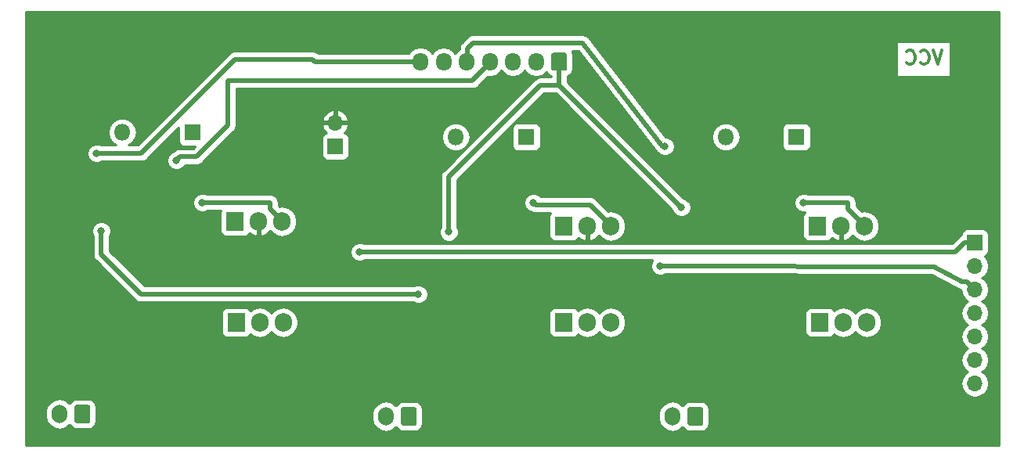
<source format=gbr>
G04 #@! TF.GenerationSoftware,KiCad,Pcbnew,(5.0.1)-4*
G04 #@! TF.CreationDate,2019-06-14T11:28:15-07:00*
G04 #@! TF.ProjectId,ESC_rev1,4553435F726576312E6B696361645F70,rev?*
G04 #@! TF.SameCoordinates,Original*
G04 #@! TF.FileFunction,Copper,L2,Bot,Signal*
G04 #@! TF.FilePolarity,Positive*
%FSLAX46Y46*%
G04 Gerber Fmt 4.6, Leading zero omitted, Abs format (unit mm)*
G04 Created by KiCad (PCBNEW (5.0.1)-4) date 6/14/2019 11:28:15 AM*
%MOMM*%
%LPD*%
G01*
G04 APERTURE LIST*
G04 #@! TA.AperFunction,NonConductor*
%ADD10C,0.300000*%
G04 #@! TD*
G04 #@! TA.AperFunction,ComponentPad*
%ADD11R,1.800000X1.800000*%
G04 #@! TD*
G04 #@! TA.AperFunction,ComponentPad*
%ADD12O,1.800000X1.800000*%
G04 #@! TD*
G04 #@! TA.AperFunction,ComponentPad*
%ADD13R,1.700000X1.700000*%
G04 #@! TD*
G04 #@! TA.AperFunction,ComponentPad*
%ADD14O,1.700000X1.700000*%
G04 #@! TD*
G04 #@! TA.AperFunction,ComponentPad*
%ADD15R,1.905000X2.000000*%
G04 #@! TD*
G04 #@! TA.AperFunction,ComponentPad*
%ADD16O,1.905000X2.000000*%
G04 #@! TD*
G04 #@! TA.AperFunction,Conductor*
%ADD17C,0.100000*%
G04 #@! TD*
G04 #@! TA.AperFunction,ComponentPad*
%ADD18C,1.700000*%
G04 #@! TD*
G04 #@! TA.AperFunction,ComponentPad*
%ADD19O,1.700000X2.000000*%
G04 #@! TD*
G04 #@! TA.AperFunction,ComponentPad*
%ADD20O,1.700000X1.950000*%
G04 #@! TD*
G04 #@! TA.AperFunction,ViaPad*
%ADD21C,0.800000*%
G04 #@! TD*
G04 #@! TA.AperFunction,Conductor*
%ADD22C,0.508000*%
G04 #@! TD*
G04 #@! TA.AperFunction,Conductor*
%ADD23C,0.254000*%
G04 #@! TD*
G04 APERTURE END LIST*
D10*
X193820800Y-54398171D02*
X193320800Y-55898171D01*
X192820800Y-54398171D01*
X191463657Y-55755314D02*
X191535085Y-55826742D01*
X191749371Y-55898171D01*
X191892228Y-55898171D01*
X192106514Y-55826742D01*
X192249371Y-55683885D01*
X192320800Y-55541028D01*
X192392228Y-55255314D01*
X192392228Y-55041028D01*
X192320800Y-54755314D01*
X192249371Y-54612457D01*
X192106514Y-54469600D01*
X191892228Y-54398171D01*
X191749371Y-54398171D01*
X191535085Y-54469600D01*
X191463657Y-54541028D01*
X189963657Y-55755314D02*
X190035085Y-55826742D01*
X190249371Y-55898171D01*
X190392228Y-55898171D01*
X190606514Y-55826742D01*
X190749371Y-55683885D01*
X190820800Y-55541028D01*
X190892228Y-55255314D01*
X190892228Y-55041028D01*
X190820800Y-54755314D01*
X190749371Y-54612457D01*
X190606514Y-54469600D01*
X190392228Y-54398171D01*
X190249371Y-54398171D01*
X190035085Y-54469600D01*
X189963657Y-54541028D01*
D11*
G04 #@! TO.P,D1,1*
G04 #@! TO.N,Net-(C2-Pad2)*
X112776000Y-63246000D03*
D12*
G04 #@! TO.P,D1,2*
G04 #@! TO.N,Net-(D1-Pad2)*
X105156000Y-63246000D03*
G04 #@! TD*
D11*
G04 #@! TO.P,D2,1*
G04 #@! TO.N,Net-(C6-Pad2)*
X148844000Y-63754000D03*
D12*
G04 #@! TO.P,D2,2*
G04 #@! TO.N,Net-(D2-Pad2)*
X141224000Y-63754000D03*
G04 #@! TD*
G04 #@! TO.P,D3,2*
G04 #@! TO.N,Net-(D3-Pad2)*
X170434000Y-63754000D03*
D11*
G04 #@! TO.P,D3,1*
G04 #@! TO.N,Net-(C10-Pad2)*
X178054000Y-63754000D03*
G04 #@! TD*
D13*
G04 #@! TO.P,J1,1*
G04 #@! TO.N,GND*
X128200759Y-64769789D03*
D14*
G04 #@! TO.P,J1,2*
G04 #@! TO.N,Vcc*
X128200759Y-62229789D03*
G04 #@! TD*
D15*
G04 #@! TO.P,Q1,1*
G04 #@! TO.N,Net-(Q1-Pad1)*
X117348000Y-72898000D03*
D16*
G04 #@! TO.P,Q1,2*
G04 #@! TO.N,Vcc*
X119888000Y-72898000D03*
G04 #@! TO.P,Q1,3*
G04 #@! TO.N,Net-(C2-Pad1)*
X122428000Y-72898000D03*
G04 #@! TD*
D15*
G04 #@! TO.P,Q2,1*
G04 #@! TO.N,Net-(Q2-Pad1)*
X117475000Y-83820000D03*
D16*
G04 #@! TO.P,Q2,2*
G04 #@! TO.N,Net-(C2-Pad1)*
X120015000Y-83820000D03*
G04 #@! TO.P,Q2,3*
G04 #@! TO.N,GND*
X122555000Y-83820000D03*
G04 #@! TD*
G04 #@! TO.P,Q3,3*
G04 #@! TO.N,Net-(C6-Pad1)*
X157988000Y-73406000D03*
G04 #@! TO.P,Q3,2*
G04 #@! TO.N,Vcc*
X155448000Y-73406000D03*
D15*
G04 #@! TO.P,Q3,1*
G04 #@! TO.N,Net-(Q3-Pad1)*
X152908000Y-73406000D03*
G04 #@! TD*
G04 #@! TO.P,Q4,1*
G04 #@! TO.N,Net-(Q4-Pad1)*
X152908000Y-83820000D03*
D16*
G04 #@! TO.P,Q4,2*
G04 #@! TO.N,Net-(C6-Pad1)*
X155448000Y-83820000D03*
G04 #@! TO.P,Q4,3*
G04 #@! TO.N,GND*
X157988000Y-83820000D03*
G04 #@! TD*
G04 #@! TO.P,Q5,3*
G04 #@! TO.N,Net-(C10-Pad1)*
X185420000Y-73406000D03*
G04 #@! TO.P,Q5,2*
G04 #@! TO.N,Vcc*
X182880000Y-73406000D03*
D15*
G04 #@! TO.P,Q5,1*
G04 #@! TO.N,Net-(Q5-Pad1)*
X180340000Y-73406000D03*
G04 #@! TD*
D16*
G04 #@! TO.P,Q6,3*
G04 #@! TO.N,GND*
X185674000Y-83820000D03*
G04 #@! TO.P,Q6,2*
G04 #@! TO.N,Net-(C10-Pad1)*
X183134000Y-83820000D03*
D15*
G04 #@! TO.P,Q6,1*
G04 #@! TO.N,Net-(Q6-Pad1)*
X180594000Y-83820000D03*
G04 #@! TD*
D17*
G04 #@! TO.N,VSS1*
G04 #@! TO.C,J4*
G36*
X101462504Y-92727204D02*
X101486773Y-92730804D01*
X101510571Y-92736765D01*
X101533671Y-92745030D01*
X101555849Y-92755520D01*
X101576893Y-92768133D01*
X101596598Y-92782747D01*
X101614777Y-92799223D01*
X101631253Y-92817402D01*
X101645867Y-92837107D01*
X101658480Y-92858151D01*
X101668970Y-92880329D01*
X101677235Y-92903429D01*
X101683196Y-92927227D01*
X101686796Y-92951496D01*
X101688000Y-92976000D01*
X101688000Y-94476000D01*
X101686796Y-94500504D01*
X101683196Y-94524773D01*
X101677235Y-94548571D01*
X101668970Y-94571671D01*
X101658480Y-94593849D01*
X101645867Y-94614893D01*
X101631253Y-94634598D01*
X101614777Y-94652777D01*
X101596598Y-94669253D01*
X101576893Y-94683867D01*
X101555849Y-94696480D01*
X101533671Y-94706970D01*
X101510571Y-94715235D01*
X101486773Y-94721196D01*
X101462504Y-94724796D01*
X101438000Y-94726000D01*
X100238000Y-94726000D01*
X100213496Y-94724796D01*
X100189227Y-94721196D01*
X100165429Y-94715235D01*
X100142329Y-94706970D01*
X100120151Y-94696480D01*
X100099107Y-94683867D01*
X100079402Y-94669253D01*
X100061223Y-94652777D01*
X100044747Y-94634598D01*
X100030133Y-94614893D01*
X100017520Y-94593849D01*
X100007030Y-94571671D01*
X99998765Y-94548571D01*
X99992804Y-94524773D01*
X99989204Y-94500504D01*
X99988000Y-94476000D01*
X99988000Y-92976000D01*
X99989204Y-92951496D01*
X99992804Y-92927227D01*
X99998765Y-92903429D01*
X100007030Y-92880329D01*
X100017520Y-92858151D01*
X100030133Y-92837107D01*
X100044747Y-92817402D01*
X100061223Y-92799223D01*
X100079402Y-92782747D01*
X100099107Y-92768133D01*
X100120151Y-92755520D01*
X100142329Y-92745030D01*
X100165429Y-92736765D01*
X100189227Y-92730804D01*
X100213496Y-92727204D01*
X100238000Y-92726000D01*
X101438000Y-92726000D01*
X101462504Y-92727204D01*
X101462504Y-92727204D01*
G37*
D18*
G04 #@! TD*
G04 #@! TO.P,J4,1*
G04 #@! TO.N,VSS1*
X100838000Y-93726000D03*
D19*
G04 #@! TO.P,J4,2*
G04 #@! TO.N,VDD1*
X98338000Y-93726000D03*
G04 #@! TD*
G04 #@! TO.P,J5,2*
G04 #@! TO.N,VDD2*
X133644000Y-93980000D03*
D17*
G04 #@! TD*
G04 #@! TO.N,VSS1*
G04 #@! TO.C,J5*
G36*
X136768504Y-92981204D02*
X136792773Y-92984804D01*
X136816571Y-92990765D01*
X136839671Y-92999030D01*
X136861849Y-93009520D01*
X136882893Y-93022133D01*
X136902598Y-93036747D01*
X136920777Y-93053223D01*
X136937253Y-93071402D01*
X136951867Y-93091107D01*
X136964480Y-93112151D01*
X136974970Y-93134329D01*
X136983235Y-93157429D01*
X136989196Y-93181227D01*
X136992796Y-93205496D01*
X136994000Y-93230000D01*
X136994000Y-94730000D01*
X136992796Y-94754504D01*
X136989196Y-94778773D01*
X136983235Y-94802571D01*
X136974970Y-94825671D01*
X136964480Y-94847849D01*
X136951867Y-94868893D01*
X136937253Y-94888598D01*
X136920777Y-94906777D01*
X136902598Y-94923253D01*
X136882893Y-94937867D01*
X136861849Y-94950480D01*
X136839671Y-94960970D01*
X136816571Y-94969235D01*
X136792773Y-94975196D01*
X136768504Y-94978796D01*
X136744000Y-94980000D01*
X135544000Y-94980000D01*
X135519496Y-94978796D01*
X135495227Y-94975196D01*
X135471429Y-94969235D01*
X135448329Y-94960970D01*
X135426151Y-94950480D01*
X135405107Y-94937867D01*
X135385402Y-94923253D01*
X135367223Y-94906777D01*
X135350747Y-94888598D01*
X135336133Y-94868893D01*
X135323520Y-94847849D01*
X135313030Y-94825671D01*
X135304765Y-94802571D01*
X135298804Y-94778773D01*
X135295204Y-94754504D01*
X135294000Y-94730000D01*
X135294000Y-93230000D01*
X135295204Y-93205496D01*
X135298804Y-93181227D01*
X135304765Y-93157429D01*
X135313030Y-93134329D01*
X135323520Y-93112151D01*
X135336133Y-93091107D01*
X135350747Y-93071402D01*
X135367223Y-93053223D01*
X135385402Y-93036747D01*
X135405107Y-93022133D01*
X135426151Y-93009520D01*
X135448329Y-92999030D01*
X135471429Y-92990765D01*
X135495227Y-92984804D01*
X135519496Y-92981204D01*
X135544000Y-92980000D01*
X136744000Y-92980000D01*
X136768504Y-92981204D01*
X136768504Y-92981204D01*
G37*
D18*
G04 #@! TO.P,J5,1*
G04 #@! TO.N,VSS1*
X136144000Y-93980000D03*
G04 #@! TD*
D17*
G04 #@! TO.N,VSS1*
G04 #@! TO.C,J6*
G36*
X167756504Y-92981204D02*
X167780773Y-92984804D01*
X167804571Y-92990765D01*
X167827671Y-92999030D01*
X167849849Y-93009520D01*
X167870893Y-93022133D01*
X167890598Y-93036747D01*
X167908777Y-93053223D01*
X167925253Y-93071402D01*
X167939867Y-93091107D01*
X167952480Y-93112151D01*
X167962970Y-93134329D01*
X167971235Y-93157429D01*
X167977196Y-93181227D01*
X167980796Y-93205496D01*
X167982000Y-93230000D01*
X167982000Y-94730000D01*
X167980796Y-94754504D01*
X167977196Y-94778773D01*
X167971235Y-94802571D01*
X167962970Y-94825671D01*
X167952480Y-94847849D01*
X167939867Y-94868893D01*
X167925253Y-94888598D01*
X167908777Y-94906777D01*
X167890598Y-94923253D01*
X167870893Y-94937867D01*
X167849849Y-94950480D01*
X167827671Y-94960970D01*
X167804571Y-94969235D01*
X167780773Y-94975196D01*
X167756504Y-94978796D01*
X167732000Y-94980000D01*
X166532000Y-94980000D01*
X166507496Y-94978796D01*
X166483227Y-94975196D01*
X166459429Y-94969235D01*
X166436329Y-94960970D01*
X166414151Y-94950480D01*
X166393107Y-94937867D01*
X166373402Y-94923253D01*
X166355223Y-94906777D01*
X166338747Y-94888598D01*
X166324133Y-94868893D01*
X166311520Y-94847849D01*
X166301030Y-94825671D01*
X166292765Y-94802571D01*
X166286804Y-94778773D01*
X166283204Y-94754504D01*
X166282000Y-94730000D01*
X166282000Y-93230000D01*
X166283204Y-93205496D01*
X166286804Y-93181227D01*
X166292765Y-93157429D01*
X166301030Y-93134329D01*
X166311520Y-93112151D01*
X166324133Y-93091107D01*
X166338747Y-93071402D01*
X166355223Y-93053223D01*
X166373402Y-93036747D01*
X166393107Y-93022133D01*
X166414151Y-93009520D01*
X166436329Y-92999030D01*
X166459429Y-92990765D01*
X166483227Y-92984804D01*
X166507496Y-92981204D01*
X166532000Y-92980000D01*
X167732000Y-92980000D01*
X167756504Y-92981204D01*
X167756504Y-92981204D01*
G37*
D18*
G04 #@! TD*
G04 #@! TO.P,J6,1*
G04 #@! TO.N,VSS1*
X167132000Y-93980000D03*
D19*
G04 #@! TO.P,J6,2*
G04 #@! TO.N,VDD3*
X164632000Y-93980000D03*
G04 #@! TD*
D13*
G04 #@! TO.P,J3,1*
G04 #@! TO.N,Net-(C2-Pad1)*
X197358000Y-75184000D03*
D14*
G04 #@! TO.P,J3,2*
G04 #@! TO.N,N/C*
X197358000Y-77724000D03*
G04 #@! TO.P,J3,3*
G04 #@! TO.N,Net-(C6-Pad1)*
X197358000Y-80264000D03*
G04 #@! TO.P,J3,4*
G04 #@! TO.N,N/C*
X197358000Y-82804000D03*
G04 #@! TO.P,J3,5*
G04 #@! TO.N,Net-(C10-Pad1)*
X197358000Y-85344000D03*
G04 #@! TO.P,J3,6*
G04 #@! TO.N,N/C*
X197358000Y-87884000D03*
G04 #@! TO.P,J3,7*
X197358000Y-90424000D03*
G04 #@! TD*
D17*
G04 #@! TO.N,VSS1*
G04 #@! TO.C,J2*
G36*
X153024504Y-54652204D02*
X153048773Y-54655804D01*
X153072571Y-54661765D01*
X153095671Y-54670030D01*
X153117849Y-54680520D01*
X153138893Y-54693133D01*
X153158598Y-54707747D01*
X153176777Y-54724223D01*
X153193253Y-54742402D01*
X153207867Y-54762107D01*
X153220480Y-54783151D01*
X153230970Y-54805329D01*
X153239235Y-54828429D01*
X153245196Y-54852227D01*
X153248796Y-54876496D01*
X153250000Y-54901000D01*
X153250000Y-56351000D01*
X153248796Y-56375504D01*
X153245196Y-56399773D01*
X153239235Y-56423571D01*
X153230970Y-56446671D01*
X153220480Y-56468849D01*
X153207867Y-56489893D01*
X153193253Y-56509598D01*
X153176777Y-56527777D01*
X153158598Y-56544253D01*
X153138893Y-56558867D01*
X153117849Y-56571480D01*
X153095671Y-56581970D01*
X153072571Y-56590235D01*
X153048773Y-56596196D01*
X153024504Y-56599796D01*
X153000000Y-56601000D01*
X151800000Y-56601000D01*
X151775496Y-56599796D01*
X151751227Y-56596196D01*
X151727429Y-56590235D01*
X151704329Y-56581970D01*
X151682151Y-56571480D01*
X151661107Y-56558867D01*
X151641402Y-56544253D01*
X151623223Y-56527777D01*
X151606747Y-56509598D01*
X151592133Y-56489893D01*
X151579520Y-56468849D01*
X151569030Y-56446671D01*
X151560765Y-56423571D01*
X151554804Y-56399773D01*
X151551204Y-56375504D01*
X151550000Y-56351000D01*
X151550000Y-54901000D01*
X151551204Y-54876496D01*
X151554804Y-54852227D01*
X151560765Y-54828429D01*
X151569030Y-54805329D01*
X151579520Y-54783151D01*
X151592133Y-54762107D01*
X151606747Y-54742402D01*
X151623223Y-54724223D01*
X151641402Y-54707747D01*
X151661107Y-54693133D01*
X151682151Y-54680520D01*
X151704329Y-54670030D01*
X151727429Y-54661765D01*
X151751227Y-54655804D01*
X151775496Y-54652204D01*
X151800000Y-54651000D01*
X153000000Y-54651000D01*
X153024504Y-54652204D01*
X153024504Y-54652204D01*
G37*
D18*
G04 #@! TD*
G04 #@! TO.P,J2,1*
G04 #@! TO.N,VSS1*
X152400000Y-55626000D03*
D20*
G04 #@! TO.P,J2,2*
G04 #@! TO.N,CH*
X149900000Y-55626000D03*
G04 #@! TO.P,J2,3*
G04 #@! TO.N,BH*
X147400000Y-55626000D03*
G04 #@! TO.P,J2,4*
G04 #@! TO.N,AH*
X144900000Y-55626000D03*
G04 #@! TO.P,J2,5*
G04 #@! TO.N,CL*
X142400000Y-55626000D03*
G04 #@! TO.P,J2,6*
G04 #@! TO.N,BL*
X139900000Y-55626000D03*
G04 #@! TO.P,J2,7*
G04 #@! TO.N,AL*
X137400000Y-55626000D03*
G04 #@! TD*
D21*
G04 #@! TO.N,Net-(C2-Pad1)*
X130810000Y-76200000D03*
X113792000Y-70866000D03*
G04 #@! TO.N,Net-(C6-Pad1)*
X149606000Y-70866000D03*
X163322000Y-77724000D03*
G04 #@! TO.N,Net-(C10-Pad1)*
X178816000Y-70866000D03*
G04 #@! TO.N,AH*
X110998000Y-66294000D03*
G04 #@! TO.N,CL*
X163830000Y-64770000D03*
G04 #@! TO.N,AL*
X102362000Y-65532000D03*
G04 #@! TO.N,VSS1*
X165608000Y-71374000D03*
X102870000Y-73914000D03*
X137160000Y-80772000D03*
X140462000Y-74041000D03*
G04 #@! TD*
D22*
G04 #@! TO.N,Net-(C2-Pad1)*
X195242000Y-76200000D02*
X130810000Y-76200000D01*
X197358000Y-75184000D02*
X196258000Y-75184000D01*
X196258000Y-75184000D02*
X195242000Y-76200000D01*
X113792000Y-70866000D02*
X121158000Y-70866000D01*
X122428000Y-72850500D02*
X122428000Y-72898000D01*
X121158000Y-71580500D02*
X122428000Y-72850500D01*
X121158000Y-70866000D02*
X121158000Y-71580500D01*
G04 #@! TO.N,Net-(C6-Pad1)*
X157988000Y-73358500D02*
X157988000Y-73406000D01*
X155749500Y-71120000D02*
X157988000Y-73358500D01*
X155749500Y-71120000D02*
X149860000Y-71120000D01*
X149860000Y-71120000D02*
X149606000Y-70866000D01*
X196508001Y-79414001D02*
X197358000Y-80264000D01*
X196000001Y-79414001D02*
X196508001Y-79414001D01*
X163322000Y-77724000D02*
X192938400Y-77774800D01*
X192938400Y-77774800D02*
X196000001Y-79414001D01*
G04 #@! TO.N,Net-(C10-Pad1)*
X178816000Y-70866000D02*
X183642000Y-70866000D01*
X185420000Y-73358500D02*
X185420000Y-73406000D01*
X183642000Y-71580500D02*
X185420000Y-73358500D01*
X183642000Y-70866000D02*
X183642000Y-71580500D01*
G04 #@! TO.N,AH*
X144900000Y-55751000D02*
X144900000Y-55626000D01*
X110998000Y-66294000D02*
X111397999Y-65894001D01*
X111397999Y-65894001D02*
X113175999Y-65894001D01*
X113175999Y-65894001D02*
X116586000Y-62484000D01*
X116586000Y-62484000D02*
X116586000Y-57658000D01*
X116586000Y-57658000D02*
X142993000Y-57658000D01*
X142993000Y-57658000D02*
X144900000Y-55751000D01*
G04 #@! TO.N,CL*
X163576000Y-64770000D02*
X163830000Y-64770000D01*
X154940000Y-53594000D02*
X163576000Y-64770000D01*
X143069919Y-53594000D02*
X154940000Y-53594000D01*
X142494000Y-55372000D02*
X142494000Y-54169919D01*
X142494000Y-54169919D02*
X143069919Y-53594000D01*
G04 #@! TO.N,AL*
X125730000Y-55372000D02*
X117348000Y-55372000D01*
X117348000Y-55372000D02*
X107188000Y-65532000D01*
X107188000Y-65532000D02*
X102362000Y-65532000D01*
X125984000Y-55626000D02*
X137400000Y-55626000D01*
X125730000Y-55372000D02*
X125984000Y-55626000D01*
G04 #@! TO.N,VSS1*
X152400000Y-55626000D02*
X152400000Y-58166000D01*
X152400000Y-58166000D02*
X165608000Y-71374000D01*
X102870000Y-73914000D02*
X102870000Y-76454000D01*
X102870000Y-76454000D02*
X107188000Y-80772000D01*
X107188000Y-80772000D02*
X137160000Y-80772000D01*
X150368000Y-58166000D02*
X152400000Y-58166000D01*
X140462000Y-68072000D02*
X150368000Y-58166000D01*
X140462000Y-74041000D02*
X140462000Y-68072000D01*
G04 #@! TD*
D23*
G04 #@! TO.N,Vcc*
G36*
X199950000Y-52000074D02*
X199950000Y-52000075D01*
X199950001Y-97080000D01*
X94690000Y-97080000D01*
X94690000Y-93429744D01*
X96853000Y-93429744D01*
X96853000Y-94022255D01*
X96939161Y-94455417D01*
X97267375Y-94946625D01*
X97758582Y-95274839D01*
X98338000Y-95390092D01*
X98917417Y-95274839D01*
X99408625Y-94946625D01*
X99451242Y-94882844D01*
X99603414Y-95110586D01*
X99894565Y-95305126D01*
X100238000Y-95373440D01*
X101438000Y-95373440D01*
X101781435Y-95305126D01*
X102072586Y-95110586D01*
X102267126Y-94819435D01*
X102335440Y-94476000D01*
X102335440Y-93683744D01*
X132159000Y-93683744D01*
X132159000Y-94276255D01*
X132245161Y-94709417D01*
X132573375Y-95200625D01*
X133064582Y-95528839D01*
X133644000Y-95644092D01*
X134223417Y-95528839D01*
X134714625Y-95200625D01*
X134757242Y-95136844D01*
X134909414Y-95364586D01*
X135200565Y-95559126D01*
X135544000Y-95627440D01*
X136744000Y-95627440D01*
X137087435Y-95559126D01*
X137378586Y-95364586D01*
X137573126Y-95073435D01*
X137641440Y-94730000D01*
X137641440Y-93683744D01*
X163147000Y-93683744D01*
X163147000Y-94276255D01*
X163233161Y-94709417D01*
X163561375Y-95200625D01*
X164052582Y-95528839D01*
X164632000Y-95644092D01*
X165211417Y-95528839D01*
X165702625Y-95200625D01*
X165745242Y-95136844D01*
X165897414Y-95364586D01*
X166188565Y-95559126D01*
X166532000Y-95627440D01*
X167732000Y-95627440D01*
X168075435Y-95559126D01*
X168366586Y-95364586D01*
X168561126Y-95073435D01*
X168629440Y-94730000D01*
X168629440Y-93230000D01*
X168561126Y-92886565D01*
X168366586Y-92595414D01*
X168075435Y-92400874D01*
X167732000Y-92332560D01*
X166532000Y-92332560D01*
X166188565Y-92400874D01*
X165897414Y-92595414D01*
X165745242Y-92823156D01*
X165702625Y-92759375D01*
X165211418Y-92431161D01*
X164632000Y-92315908D01*
X164052583Y-92431161D01*
X163561375Y-92759375D01*
X163233161Y-93250582D01*
X163147000Y-93683744D01*
X137641440Y-93683744D01*
X137641440Y-93230000D01*
X137573126Y-92886565D01*
X137378586Y-92595414D01*
X137087435Y-92400874D01*
X136744000Y-92332560D01*
X135544000Y-92332560D01*
X135200565Y-92400874D01*
X134909414Y-92595414D01*
X134757242Y-92823156D01*
X134714625Y-92759375D01*
X134223418Y-92431161D01*
X133644000Y-92315908D01*
X133064583Y-92431161D01*
X132573375Y-92759375D01*
X132245161Y-93250582D01*
X132159000Y-93683744D01*
X102335440Y-93683744D01*
X102335440Y-92976000D01*
X102267126Y-92632565D01*
X102072586Y-92341414D01*
X101781435Y-92146874D01*
X101438000Y-92078560D01*
X100238000Y-92078560D01*
X99894565Y-92146874D01*
X99603414Y-92341414D01*
X99451242Y-92569156D01*
X99408625Y-92505375D01*
X98917418Y-92177161D01*
X98338000Y-92061908D01*
X97758583Y-92177161D01*
X97267375Y-92505375D01*
X96939161Y-92996582D01*
X96853000Y-93429744D01*
X94690000Y-93429744D01*
X94690000Y-82820000D01*
X115875060Y-82820000D01*
X115875060Y-84820000D01*
X115924343Y-85067765D01*
X116064691Y-85277809D01*
X116274735Y-85418157D01*
X116522500Y-85467440D01*
X118427500Y-85467440D01*
X118675265Y-85418157D01*
X118885309Y-85277809D01*
X119003509Y-85100912D01*
X119395590Y-85362891D01*
X120015000Y-85486100D01*
X120634411Y-85362891D01*
X121159523Y-85012023D01*
X121285000Y-84824233D01*
X121410477Y-85012023D01*
X121935590Y-85362891D01*
X122555000Y-85486100D01*
X123174411Y-85362891D01*
X123699523Y-85012023D01*
X124050391Y-84486910D01*
X124142500Y-84023849D01*
X124142500Y-83616150D01*
X124050391Y-83153089D01*
X123827829Y-82820000D01*
X151308060Y-82820000D01*
X151308060Y-84820000D01*
X151357343Y-85067765D01*
X151497691Y-85277809D01*
X151707735Y-85418157D01*
X151955500Y-85467440D01*
X153860500Y-85467440D01*
X154108265Y-85418157D01*
X154318309Y-85277809D01*
X154436509Y-85100912D01*
X154828590Y-85362891D01*
X155448000Y-85486100D01*
X156067411Y-85362891D01*
X156592523Y-85012023D01*
X156718000Y-84824233D01*
X156843477Y-85012023D01*
X157368590Y-85362891D01*
X157988000Y-85486100D01*
X158607411Y-85362891D01*
X159132523Y-85012023D01*
X159483391Y-84486910D01*
X159575500Y-84023849D01*
X159575500Y-83616150D01*
X159483391Y-83153089D01*
X159260829Y-82820000D01*
X178994060Y-82820000D01*
X178994060Y-84820000D01*
X179043343Y-85067765D01*
X179183691Y-85277809D01*
X179393735Y-85418157D01*
X179641500Y-85467440D01*
X181546500Y-85467440D01*
X181794265Y-85418157D01*
X182004309Y-85277809D01*
X182122509Y-85100912D01*
X182514590Y-85362891D01*
X183134000Y-85486100D01*
X183753411Y-85362891D01*
X184278523Y-85012023D01*
X184404000Y-84824233D01*
X184529477Y-85012023D01*
X185054590Y-85362891D01*
X185674000Y-85486100D01*
X186293411Y-85362891D01*
X186818523Y-85012023D01*
X187169391Y-84486910D01*
X187261500Y-84023849D01*
X187261500Y-83616150D01*
X187169391Y-83153089D01*
X186818523Y-82627977D01*
X186293410Y-82277109D01*
X185674000Y-82153900D01*
X185054589Y-82277109D01*
X184529477Y-82627977D01*
X184404000Y-82815767D01*
X184278523Y-82627977D01*
X183753410Y-82277109D01*
X183134000Y-82153900D01*
X182514589Y-82277109D01*
X182122509Y-82539088D01*
X182004309Y-82362191D01*
X181794265Y-82221843D01*
X181546500Y-82172560D01*
X179641500Y-82172560D01*
X179393735Y-82221843D01*
X179183691Y-82362191D01*
X179043343Y-82572235D01*
X178994060Y-82820000D01*
X159260829Y-82820000D01*
X159132523Y-82627977D01*
X158607410Y-82277109D01*
X157988000Y-82153900D01*
X157368589Y-82277109D01*
X156843477Y-82627977D01*
X156718000Y-82815767D01*
X156592523Y-82627977D01*
X156067410Y-82277109D01*
X155448000Y-82153900D01*
X154828589Y-82277109D01*
X154436509Y-82539088D01*
X154318309Y-82362191D01*
X154108265Y-82221843D01*
X153860500Y-82172560D01*
X151955500Y-82172560D01*
X151707735Y-82221843D01*
X151497691Y-82362191D01*
X151357343Y-82572235D01*
X151308060Y-82820000D01*
X123827829Y-82820000D01*
X123699523Y-82627977D01*
X123174410Y-82277109D01*
X122555000Y-82153900D01*
X121935589Y-82277109D01*
X121410477Y-82627977D01*
X121285000Y-82815767D01*
X121159523Y-82627977D01*
X120634410Y-82277109D01*
X120015000Y-82153900D01*
X119395589Y-82277109D01*
X119003509Y-82539088D01*
X118885309Y-82362191D01*
X118675265Y-82221843D01*
X118427500Y-82172560D01*
X116522500Y-82172560D01*
X116274735Y-82221843D01*
X116064691Y-82362191D01*
X115924343Y-82572235D01*
X115875060Y-82820000D01*
X94690000Y-82820000D01*
X94690000Y-73708126D01*
X101835000Y-73708126D01*
X101835000Y-74119874D01*
X101981000Y-74472350D01*
X101981001Y-76366441D01*
X101963584Y-76454000D01*
X102029680Y-76786280D01*
X102032582Y-76800870D01*
X102229068Y-77094933D01*
X102303294Y-77144529D01*
X106497471Y-81338707D01*
X106547067Y-81412933D01*
X106841130Y-81609419D01*
X107100444Y-81661000D01*
X107187999Y-81678416D01*
X107275554Y-81661000D01*
X136601650Y-81661000D01*
X136954126Y-81807000D01*
X137365874Y-81807000D01*
X137746280Y-81649431D01*
X138037431Y-81358280D01*
X138195000Y-80977874D01*
X138195000Y-80566126D01*
X138037431Y-80185720D01*
X137746280Y-79894569D01*
X137365874Y-79737000D01*
X136954126Y-79737000D01*
X136601650Y-79883000D01*
X107556236Y-79883000D01*
X103759000Y-76085765D01*
X103759000Y-75994126D01*
X129775000Y-75994126D01*
X129775000Y-76405874D01*
X129932569Y-76786280D01*
X130223720Y-77077431D01*
X130604126Y-77235000D01*
X131015874Y-77235000D01*
X131368350Y-77089000D01*
X162493289Y-77089000D01*
X162444569Y-77137720D01*
X162287000Y-77518126D01*
X162287000Y-77929874D01*
X162444569Y-78310280D01*
X162735720Y-78601431D01*
X163116126Y-78759000D01*
X163527874Y-78759000D01*
X163878045Y-78613955D01*
X192714674Y-78663417D01*
X195542159Y-80177271D01*
X195653131Y-80251420D01*
X195783428Y-80277338D01*
X195850626Y-80297773D01*
X195959161Y-80843418D01*
X196287375Y-81334625D01*
X196585761Y-81534000D01*
X196287375Y-81733375D01*
X195959161Y-82224582D01*
X195843908Y-82804000D01*
X195959161Y-83383418D01*
X196287375Y-83874625D01*
X196585761Y-84074000D01*
X196287375Y-84273375D01*
X195959161Y-84764582D01*
X195843908Y-85344000D01*
X195959161Y-85923418D01*
X196287375Y-86414625D01*
X196585761Y-86614000D01*
X196287375Y-86813375D01*
X195959161Y-87304582D01*
X195843908Y-87884000D01*
X195959161Y-88463418D01*
X196287375Y-88954625D01*
X196585761Y-89154000D01*
X196287375Y-89353375D01*
X195959161Y-89844582D01*
X195843908Y-90424000D01*
X195959161Y-91003418D01*
X196287375Y-91494625D01*
X196778582Y-91822839D01*
X197211744Y-91909000D01*
X197504256Y-91909000D01*
X197937418Y-91822839D01*
X198428625Y-91494625D01*
X198756839Y-91003418D01*
X198872092Y-90424000D01*
X198756839Y-89844582D01*
X198428625Y-89353375D01*
X198130239Y-89154000D01*
X198428625Y-88954625D01*
X198756839Y-88463418D01*
X198872092Y-87884000D01*
X198756839Y-87304582D01*
X198428625Y-86813375D01*
X198130239Y-86614000D01*
X198428625Y-86414625D01*
X198756839Y-85923418D01*
X198872092Y-85344000D01*
X198756839Y-84764582D01*
X198428625Y-84273375D01*
X198130239Y-84074000D01*
X198428625Y-83874625D01*
X198756839Y-83383418D01*
X198872092Y-82804000D01*
X198756839Y-82224582D01*
X198428625Y-81733375D01*
X198130239Y-81534000D01*
X198428625Y-81334625D01*
X198756839Y-80843418D01*
X198872092Y-80264000D01*
X198756839Y-79684582D01*
X198428625Y-79193375D01*
X198130239Y-78994000D01*
X198428625Y-78794625D01*
X198756839Y-78303418D01*
X198872092Y-77724000D01*
X198756839Y-77144582D01*
X198428625Y-76653375D01*
X198410381Y-76641184D01*
X198455765Y-76632157D01*
X198665809Y-76491809D01*
X198806157Y-76281765D01*
X198855440Y-76034000D01*
X198855440Y-74334000D01*
X198806157Y-74086235D01*
X198665809Y-73876191D01*
X198455765Y-73735843D01*
X198208000Y-73686560D01*
X196508000Y-73686560D01*
X196260235Y-73735843D01*
X196050191Y-73876191D01*
X195909843Y-74086235D01*
X195860560Y-74334000D01*
X195860560Y-74380371D01*
X195617067Y-74543067D01*
X195567471Y-74617294D01*
X194873765Y-75311000D01*
X131368350Y-75311000D01*
X131015874Y-75165000D01*
X130604126Y-75165000D01*
X130223720Y-75322569D01*
X129932569Y-75613720D01*
X129775000Y-75994126D01*
X103759000Y-75994126D01*
X103759000Y-74472350D01*
X103905000Y-74119874D01*
X103905000Y-73708126D01*
X103747431Y-73327720D01*
X103456280Y-73036569D01*
X103075874Y-72879000D01*
X102664126Y-72879000D01*
X102283720Y-73036569D01*
X101992569Y-73327720D01*
X101835000Y-73708126D01*
X94690000Y-73708126D01*
X94690000Y-70660126D01*
X112757000Y-70660126D01*
X112757000Y-71071874D01*
X112914569Y-71452280D01*
X113205720Y-71743431D01*
X113586126Y-71901000D01*
X113997874Y-71901000D01*
X114350350Y-71755000D01*
X115776504Y-71755000D01*
X115748060Y-71898000D01*
X115748060Y-73898000D01*
X115797343Y-74145765D01*
X115937691Y-74355809D01*
X116147735Y-74496157D01*
X116395500Y-74545440D01*
X118300500Y-74545440D01*
X118548265Y-74496157D01*
X118758309Y-74355809D01*
X118895255Y-74150857D01*
X119021076Y-74273973D01*
X119515020Y-74488563D01*
X119761000Y-74368594D01*
X119761000Y-73025000D01*
X119741000Y-73025000D01*
X119741000Y-72771000D01*
X119761000Y-72771000D01*
X119761000Y-72751000D01*
X120015000Y-72751000D01*
X120015000Y-72771000D01*
X120035000Y-72771000D01*
X120035000Y-73025000D01*
X120015000Y-73025000D01*
X120015000Y-74368594D01*
X120260980Y-74488563D01*
X120754924Y-74273973D01*
X121148841Y-73888526D01*
X121283477Y-74090023D01*
X121808590Y-74440891D01*
X122428000Y-74564100D01*
X123047411Y-74440891D01*
X123572523Y-74090023D01*
X123923391Y-73564910D01*
X124015500Y-73101849D01*
X124015500Y-72694150D01*
X123923391Y-72231089D01*
X123572523Y-71705977D01*
X123047410Y-71355109D01*
X122428000Y-71231900D01*
X122126590Y-71291854D01*
X122047000Y-71212265D01*
X122047000Y-70953556D01*
X122064416Y-70866000D01*
X121995419Y-70519130D01*
X121798933Y-70225067D01*
X121504870Y-70028581D01*
X121245556Y-69977000D01*
X121158000Y-69959584D01*
X121070444Y-69977000D01*
X114350350Y-69977000D01*
X113997874Y-69831000D01*
X113586126Y-69831000D01*
X113205720Y-69988569D01*
X112914569Y-70279720D01*
X112757000Y-70660126D01*
X94690000Y-70660126D01*
X94690000Y-65326126D01*
X101327000Y-65326126D01*
X101327000Y-65737874D01*
X101484569Y-66118280D01*
X101775720Y-66409431D01*
X102156126Y-66567000D01*
X102567874Y-66567000D01*
X102920350Y-66421000D01*
X107100445Y-66421000D01*
X107188000Y-66438416D01*
X107275555Y-66421000D01*
X107275556Y-66421000D01*
X107534870Y-66369419D01*
X107828933Y-66172933D01*
X107878531Y-66098704D01*
X111228560Y-62748675D01*
X111228560Y-64146000D01*
X111277843Y-64393765D01*
X111418191Y-64603809D01*
X111628235Y-64744157D01*
X111876000Y-64793440D01*
X113019325Y-64793440D01*
X112807764Y-65005001D01*
X111485553Y-65005001D01*
X111397998Y-64987585D01*
X111310443Y-65005001D01*
X111051129Y-65056582D01*
X110757066Y-65253068D01*
X110738169Y-65281350D01*
X110411720Y-65416569D01*
X110120569Y-65707720D01*
X109963000Y-66088126D01*
X109963000Y-66499874D01*
X110120569Y-66880280D01*
X110411720Y-67171431D01*
X110792126Y-67329000D01*
X111203874Y-67329000D01*
X111584280Y-67171431D01*
X111875431Y-66880280D01*
X111915725Y-66783001D01*
X113088444Y-66783001D01*
X113175999Y-66800417D01*
X113263554Y-66783001D01*
X113263555Y-66783001D01*
X113522869Y-66731420D01*
X113816932Y-66534934D01*
X113866530Y-66460705D01*
X116407446Y-63919789D01*
X126703319Y-63919789D01*
X126703319Y-65619789D01*
X126752602Y-65867554D01*
X126892950Y-66077598D01*
X127102994Y-66217946D01*
X127350759Y-66267229D01*
X129050759Y-66267229D01*
X129298524Y-66217946D01*
X129508568Y-66077598D01*
X129648916Y-65867554D01*
X129698199Y-65619789D01*
X129698199Y-63919789D01*
X129665222Y-63754000D01*
X139658928Y-63754000D01*
X139778062Y-64352927D01*
X140117327Y-64860673D01*
X140625073Y-65199938D01*
X141072818Y-65289000D01*
X141375182Y-65289000D01*
X141822927Y-65199938D01*
X142330673Y-64860673D01*
X142669938Y-64352927D01*
X142789072Y-63754000D01*
X142669938Y-63155073D01*
X142330673Y-62647327D01*
X141822927Y-62308062D01*
X141375182Y-62219000D01*
X141072818Y-62219000D01*
X140625073Y-62308062D01*
X140117327Y-62647327D01*
X139778062Y-63155073D01*
X139658928Y-63754000D01*
X129665222Y-63754000D01*
X129648916Y-63672024D01*
X129508568Y-63461980D01*
X129298524Y-63321632D01*
X129195051Y-63301050D01*
X129472404Y-62996713D01*
X129642235Y-62586679D01*
X129520914Y-62356789D01*
X128327759Y-62356789D01*
X128327759Y-62376789D01*
X128073759Y-62376789D01*
X128073759Y-62356789D01*
X126880604Y-62356789D01*
X126759283Y-62586679D01*
X126929114Y-62996713D01*
X127206467Y-63301050D01*
X127102994Y-63321632D01*
X126892950Y-63461980D01*
X126752602Y-63672024D01*
X126703319Y-63919789D01*
X116407446Y-63919789D01*
X117152707Y-63174529D01*
X117226933Y-63124933D01*
X117312607Y-62996713D01*
X117423419Y-62830871D01*
X117492416Y-62484000D01*
X117475000Y-62396444D01*
X117475000Y-61872899D01*
X126759283Y-61872899D01*
X126880604Y-62102789D01*
X128073759Y-62102789D01*
X128073759Y-60908970D01*
X128327759Y-60908970D01*
X128327759Y-62102789D01*
X129520914Y-62102789D01*
X129642235Y-61872899D01*
X129472404Y-61462865D01*
X129082117Y-61034606D01*
X128557651Y-60788303D01*
X128327759Y-60908970D01*
X128073759Y-60908970D01*
X127843867Y-60788303D01*
X127319401Y-61034606D01*
X126929114Y-61462865D01*
X126759283Y-61872899D01*
X117475000Y-61872899D01*
X117475000Y-58547000D01*
X142905445Y-58547000D01*
X142993000Y-58564416D01*
X143080555Y-58547000D01*
X143080556Y-58547000D01*
X143339870Y-58495419D01*
X143633933Y-58298933D01*
X143683531Y-58224704D01*
X144685759Y-57222477D01*
X144900000Y-57265092D01*
X145479417Y-57149839D01*
X145970625Y-56821625D01*
X146150000Y-56553171D01*
X146329375Y-56821625D01*
X146820582Y-57149839D01*
X147400000Y-57265092D01*
X147979417Y-57149839D01*
X148470625Y-56821625D01*
X148650000Y-56553171D01*
X148829375Y-56821625D01*
X149320582Y-57149839D01*
X149900000Y-57265092D01*
X150479417Y-57149839D01*
X150970625Y-56821625D01*
X151013242Y-56757844D01*
X151165414Y-56985586D01*
X151456565Y-57180126D01*
X151511001Y-57190954D01*
X151511001Y-57277000D01*
X150455556Y-57277000D01*
X150368000Y-57259584D01*
X150021129Y-57328581D01*
X149822783Y-57461112D01*
X149727067Y-57525067D01*
X149677471Y-57599293D01*
X139895294Y-67381471D01*
X139821068Y-67431067D01*
X139771472Y-67505293D01*
X139771471Y-67505294D01*
X139624582Y-67725130D01*
X139555584Y-68072000D01*
X139573001Y-68159559D01*
X139573000Y-73482650D01*
X139427000Y-73835126D01*
X139427000Y-74246874D01*
X139584569Y-74627280D01*
X139875720Y-74918431D01*
X140256126Y-75076000D01*
X140667874Y-75076000D01*
X141048280Y-74918431D01*
X141339431Y-74627280D01*
X141497000Y-74246874D01*
X141497000Y-73835126D01*
X141351000Y-73482650D01*
X141351000Y-70660126D01*
X148571000Y-70660126D01*
X148571000Y-71071874D01*
X148728569Y-71452280D01*
X149019720Y-71743431D01*
X149400126Y-71901000D01*
X149428693Y-71901000D01*
X149513130Y-71957419D01*
X149772444Y-72009000D01*
X149772448Y-72009000D01*
X149859999Y-72026415D01*
X149947550Y-72009000D01*
X151457059Y-72009000D01*
X151357343Y-72158235D01*
X151308060Y-72406000D01*
X151308060Y-74406000D01*
X151357343Y-74653765D01*
X151497691Y-74863809D01*
X151707735Y-75004157D01*
X151955500Y-75053440D01*
X153860500Y-75053440D01*
X154108265Y-75004157D01*
X154318309Y-74863809D01*
X154455255Y-74658857D01*
X154581076Y-74781973D01*
X155075020Y-74996563D01*
X155321000Y-74876594D01*
X155321000Y-73533000D01*
X155301000Y-73533000D01*
X155301000Y-73279000D01*
X155321000Y-73279000D01*
X155321000Y-73259000D01*
X155575000Y-73259000D01*
X155575000Y-73279000D01*
X155595000Y-73279000D01*
X155595000Y-73533000D01*
X155575000Y-73533000D01*
X155575000Y-74876594D01*
X155820980Y-74996563D01*
X156314924Y-74781973D01*
X156708841Y-74396526D01*
X156843477Y-74598023D01*
X157368590Y-74948891D01*
X157988000Y-75072100D01*
X158607411Y-74948891D01*
X159132523Y-74598023D01*
X159483391Y-74072910D01*
X159575500Y-73609849D01*
X159575500Y-73202150D01*
X159483391Y-72739089D01*
X159132523Y-72213977D01*
X158607410Y-71863109D01*
X157988000Y-71739900D01*
X157686590Y-71799854D01*
X156440031Y-70553296D01*
X156390433Y-70479067D01*
X156096370Y-70282581D01*
X155837056Y-70231000D01*
X155837055Y-70231000D01*
X155749500Y-70213584D01*
X155661945Y-70231000D01*
X150434711Y-70231000D01*
X150192280Y-69988569D01*
X149811874Y-69831000D01*
X149400126Y-69831000D01*
X149019720Y-69988569D01*
X148728569Y-70279720D01*
X148571000Y-70660126D01*
X141351000Y-70660126D01*
X141351000Y-68440235D01*
X146937235Y-62854000D01*
X147296560Y-62854000D01*
X147296560Y-64654000D01*
X147345843Y-64901765D01*
X147486191Y-65111809D01*
X147696235Y-65252157D01*
X147944000Y-65301440D01*
X149744000Y-65301440D01*
X149991765Y-65252157D01*
X150201809Y-65111809D01*
X150342157Y-64901765D01*
X150391440Y-64654000D01*
X150391440Y-62854000D01*
X150342157Y-62606235D01*
X150201809Y-62396191D01*
X149991765Y-62255843D01*
X149744000Y-62206560D01*
X147944000Y-62206560D01*
X147696235Y-62255843D01*
X147486191Y-62396191D01*
X147345843Y-62606235D01*
X147296560Y-62854000D01*
X146937235Y-62854000D01*
X150736236Y-59055000D01*
X152031765Y-59055000D01*
X164584570Y-71607806D01*
X164730569Y-71960280D01*
X165021720Y-72251431D01*
X165402126Y-72409000D01*
X165813874Y-72409000D01*
X166194280Y-72251431D01*
X166485431Y-71960280D01*
X166643000Y-71579874D01*
X166643000Y-71168126D01*
X166485431Y-70787720D01*
X166357837Y-70660126D01*
X177781000Y-70660126D01*
X177781000Y-71071874D01*
X177938569Y-71452280D01*
X178229720Y-71743431D01*
X178610126Y-71901000D01*
X179000317Y-71901000D01*
X178929691Y-71948191D01*
X178789343Y-72158235D01*
X178740060Y-72406000D01*
X178740060Y-74406000D01*
X178789343Y-74653765D01*
X178929691Y-74863809D01*
X179139735Y-75004157D01*
X179387500Y-75053440D01*
X181292500Y-75053440D01*
X181540265Y-75004157D01*
X181750309Y-74863809D01*
X181887255Y-74658857D01*
X182013076Y-74781973D01*
X182507020Y-74996563D01*
X182753000Y-74876594D01*
X182753000Y-73533000D01*
X182733000Y-73533000D01*
X182733000Y-73279000D01*
X182753000Y-73279000D01*
X182753000Y-73259000D01*
X183007000Y-73259000D01*
X183007000Y-73279000D01*
X183027000Y-73279000D01*
X183027000Y-73533000D01*
X183007000Y-73533000D01*
X183007000Y-74876594D01*
X183252980Y-74996563D01*
X183746924Y-74781973D01*
X184140841Y-74396526D01*
X184275477Y-74598023D01*
X184800590Y-74948891D01*
X185420000Y-75072100D01*
X186039411Y-74948891D01*
X186564523Y-74598023D01*
X186915391Y-74072910D01*
X187007500Y-73609849D01*
X187007500Y-73202150D01*
X186915391Y-72739089D01*
X186564523Y-72213977D01*
X186039410Y-71863109D01*
X185420000Y-71739900D01*
X185118590Y-71799854D01*
X184531000Y-71212265D01*
X184531000Y-70953556D01*
X184548416Y-70866000D01*
X184479419Y-70519130D01*
X184282933Y-70225067D01*
X183988870Y-70028581D01*
X183729556Y-69977000D01*
X183642000Y-69959584D01*
X183554444Y-69977000D01*
X179374350Y-69977000D01*
X179021874Y-69831000D01*
X178610126Y-69831000D01*
X178229720Y-69988569D01*
X177938569Y-70279720D01*
X177781000Y-70660126D01*
X166357837Y-70660126D01*
X166194280Y-70496569D01*
X165841806Y-70350570D01*
X153289000Y-57797765D01*
X153289000Y-57190954D01*
X153343435Y-57180126D01*
X153634586Y-56985586D01*
X153829126Y-56694435D01*
X153897440Y-56351000D01*
X153897440Y-54901000D01*
X153829126Y-54557565D01*
X153779303Y-54483000D01*
X154503466Y-54483000D01*
X162853836Y-65289362D01*
X162935067Y-65410933D01*
X163034910Y-65477646D01*
X163125455Y-65556510D01*
X163166616Y-65570327D01*
X163243720Y-65647431D01*
X163624126Y-65805000D01*
X164035874Y-65805000D01*
X164416280Y-65647431D01*
X164707431Y-65356280D01*
X164865000Y-64975874D01*
X164865000Y-64564126D01*
X164707431Y-64183720D01*
X164416280Y-63892569D01*
X164081745Y-63754000D01*
X168868928Y-63754000D01*
X168988062Y-64352927D01*
X169327327Y-64860673D01*
X169835073Y-65199938D01*
X170282818Y-65289000D01*
X170585182Y-65289000D01*
X171032927Y-65199938D01*
X171540673Y-64860673D01*
X171879938Y-64352927D01*
X171999072Y-63754000D01*
X171879938Y-63155073D01*
X171678768Y-62854000D01*
X176506560Y-62854000D01*
X176506560Y-64654000D01*
X176555843Y-64901765D01*
X176696191Y-65111809D01*
X176906235Y-65252157D01*
X177154000Y-65301440D01*
X178954000Y-65301440D01*
X179201765Y-65252157D01*
X179411809Y-65111809D01*
X179552157Y-64901765D01*
X179601440Y-64654000D01*
X179601440Y-62854000D01*
X179552157Y-62606235D01*
X179411809Y-62396191D01*
X179201765Y-62255843D01*
X178954000Y-62206560D01*
X177154000Y-62206560D01*
X176906235Y-62255843D01*
X176696191Y-62396191D01*
X176555843Y-62606235D01*
X176506560Y-62854000D01*
X171678768Y-62854000D01*
X171540673Y-62647327D01*
X171032927Y-62308062D01*
X170585182Y-62219000D01*
X170282818Y-62219000D01*
X169835073Y-62308062D01*
X169327327Y-62647327D01*
X168988062Y-63155073D01*
X168868928Y-63754000D01*
X164081745Y-63754000D01*
X164035874Y-63735000D01*
X163899716Y-63735000D01*
X155936452Y-53429600D01*
X188892943Y-53429600D01*
X188892943Y-57249600D01*
X194748657Y-57249600D01*
X194748657Y-53429600D01*
X188892943Y-53429600D01*
X155936452Y-53429600D01*
X155662170Y-53074647D01*
X155580933Y-52953067D01*
X155481086Y-52886351D01*
X155390544Y-52807490D01*
X155335315Y-52788951D01*
X155286870Y-52756581D01*
X155169094Y-52733154D01*
X155055263Y-52694943D01*
X154909407Y-52705000D01*
X143157469Y-52705000D01*
X143069918Y-52687585D01*
X142982367Y-52705000D01*
X142982363Y-52705000D01*
X142723049Y-52756581D01*
X142428986Y-52953067D01*
X142379389Y-53027294D01*
X141927294Y-53479390D01*
X141853068Y-53528986D01*
X141803472Y-53603212D01*
X141803471Y-53603213D01*
X141656582Y-53823049D01*
X141587584Y-54169919D01*
X141603022Y-54247530D01*
X141329375Y-54430375D01*
X141150000Y-54698829D01*
X140970625Y-54430375D01*
X140479418Y-54102161D01*
X139900000Y-53986908D01*
X139320583Y-54102161D01*
X138829375Y-54430375D01*
X138650000Y-54698829D01*
X138470625Y-54430375D01*
X137979418Y-54102161D01*
X137400000Y-53986908D01*
X136820583Y-54102161D01*
X136329375Y-54430375D01*
X136124495Y-54737000D01*
X126374897Y-54737000D01*
X126370933Y-54731067D01*
X126076870Y-54534581D01*
X125817556Y-54483000D01*
X125817555Y-54483000D01*
X125730000Y-54465584D01*
X125642445Y-54483000D01*
X117435555Y-54483000D01*
X117348000Y-54465584D01*
X117260445Y-54483000D01*
X117260444Y-54483000D01*
X117001130Y-54534581D01*
X116707067Y-54731067D01*
X116657471Y-54805293D01*
X106819765Y-64643000D01*
X105828168Y-64643000D01*
X106262673Y-64352673D01*
X106601938Y-63844927D01*
X106721072Y-63246000D01*
X106601938Y-62647073D01*
X106262673Y-62139327D01*
X105754927Y-61800062D01*
X105307182Y-61711000D01*
X105004818Y-61711000D01*
X104557073Y-61800062D01*
X104049327Y-62139327D01*
X103710062Y-62647073D01*
X103590928Y-63246000D01*
X103710062Y-63844927D01*
X104049327Y-64352673D01*
X104483832Y-64643000D01*
X102920350Y-64643000D01*
X102567874Y-64497000D01*
X102156126Y-64497000D01*
X101775720Y-64654569D01*
X101484569Y-64945720D01*
X101327000Y-65326126D01*
X94690000Y-65326126D01*
X94690000Y-50240000D01*
X199950001Y-50240000D01*
X199950000Y-52000074D01*
X199950000Y-52000074D01*
G37*
X199950000Y-52000074D02*
X199950000Y-52000075D01*
X199950001Y-97080000D01*
X94690000Y-97080000D01*
X94690000Y-93429744D01*
X96853000Y-93429744D01*
X96853000Y-94022255D01*
X96939161Y-94455417D01*
X97267375Y-94946625D01*
X97758582Y-95274839D01*
X98338000Y-95390092D01*
X98917417Y-95274839D01*
X99408625Y-94946625D01*
X99451242Y-94882844D01*
X99603414Y-95110586D01*
X99894565Y-95305126D01*
X100238000Y-95373440D01*
X101438000Y-95373440D01*
X101781435Y-95305126D01*
X102072586Y-95110586D01*
X102267126Y-94819435D01*
X102335440Y-94476000D01*
X102335440Y-93683744D01*
X132159000Y-93683744D01*
X132159000Y-94276255D01*
X132245161Y-94709417D01*
X132573375Y-95200625D01*
X133064582Y-95528839D01*
X133644000Y-95644092D01*
X134223417Y-95528839D01*
X134714625Y-95200625D01*
X134757242Y-95136844D01*
X134909414Y-95364586D01*
X135200565Y-95559126D01*
X135544000Y-95627440D01*
X136744000Y-95627440D01*
X137087435Y-95559126D01*
X137378586Y-95364586D01*
X137573126Y-95073435D01*
X137641440Y-94730000D01*
X137641440Y-93683744D01*
X163147000Y-93683744D01*
X163147000Y-94276255D01*
X163233161Y-94709417D01*
X163561375Y-95200625D01*
X164052582Y-95528839D01*
X164632000Y-95644092D01*
X165211417Y-95528839D01*
X165702625Y-95200625D01*
X165745242Y-95136844D01*
X165897414Y-95364586D01*
X166188565Y-95559126D01*
X166532000Y-95627440D01*
X167732000Y-95627440D01*
X168075435Y-95559126D01*
X168366586Y-95364586D01*
X168561126Y-95073435D01*
X168629440Y-94730000D01*
X168629440Y-93230000D01*
X168561126Y-92886565D01*
X168366586Y-92595414D01*
X168075435Y-92400874D01*
X167732000Y-92332560D01*
X166532000Y-92332560D01*
X166188565Y-92400874D01*
X165897414Y-92595414D01*
X165745242Y-92823156D01*
X165702625Y-92759375D01*
X165211418Y-92431161D01*
X164632000Y-92315908D01*
X164052583Y-92431161D01*
X163561375Y-92759375D01*
X163233161Y-93250582D01*
X163147000Y-93683744D01*
X137641440Y-93683744D01*
X137641440Y-93230000D01*
X137573126Y-92886565D01*
X137378586Y-92595414D01*
X137087435Y-92400874D01*
X136744000Y-92332560D01*
X135544000Y-92332560D01*
X135200565Y-92400874D01*
X134909414Y-92595414D01*
X134757242Y-92823156D01*
X134714625Y-92759375D01*
X134223418Y-92431161D01*
X133644000Y-92315908D01*
X133064583Y-92431161D01*
X132573375Y-92759375D01*
X132245161Y-93250582D01*
X132159000Y-93683744D01*
X102335440Y-93683744D01*
X102335440Y-92976000D01*
X102267126Y-92632565D01*
X102072586Y-92341414D01*
X101781435Y-92146874D01*
X101438000Y-92078560D01*
X100238000Y-92078560D01*
X99894565Y-92146874D01*
X99603414Y-92341414D01*
X99451242Y-92569156D01*
X99408625Y-92505375D01*
X98917418Y-92177161D01*
X98338000Y-92061908D01*
X97758583Y-92177161D01*
X97267375Y-92505375D01*
X96939161Y-92996582D01*
X96853000Y-93429744D01*
X94690000Y-93429744D01*
X94690000Y-82820000D01*
X115875060Y-82820000D01*
X115875060Y-84820000D01*
X115924343Y-85067765D01*
X116064691Y-85277809D01*
X116274735Y-85418157D01*
X116522500Y-85467440D01*
X118427500Y-85467440D01*
X118675265Y-85418157D01*
X118885309Y-85277809D01*
X119003509Y-85100912D01*
X119395590Y-85362891D01*
X120015000Y-85486100D01*
X120634411Y-85362891D01*
X121159523Y-85012023D01*
X121285000Y-84824233D01*
X121410477Y-85012023D01*
X121935590Y-85362891D01*
X122555000Y-85486100D01*
X123174411Y-85362891D01*
X123699523Y-85012023D01*
X124050391Y-84486910D01*
X124142500Y-84023849D01*
X124142500Y-83616150D01*
X124050391Y-83153089D01*
X123827829Y-82820000D01*
X151308060Y-82820000D01*
X151308060Y-84820000D01*
X151357343Y-85067765D01*
X151497691Y-85277809D01*
X151707735Y-85418157D01*
X151955500Y-85467440D01*
X153860500Y-85467440D01*
X154108265Y-85418157D01*
X154318309Y-85277809D01*
X154436509Y-85100912D01*
X154828590Y-85362891D01*
X155448000Y-85486100D01*
X156067411Y-85362891D01*
X156592523Y-85012023D01*
X156718000Y-84824233D01*
X156843477Y-85012023D01*
X157368590Y-85362891D01*
X157988000Y-85486100D01*
X158607411Y-85362891D01*
X159132523Y-85012023D01*
X159483391Y-84486910D01*
X159575500Y-84023849D01*
X159575500Y-83616150D01*
X159483391Y-83153089D01*
X159260829Y-82820000D01*
X178994060Y-82820000D01*
X178994060Y-84820000D01*
X179043343Y-85067765D01*
X179183691Y-85277809D01*
X179393735Y-85418157D01*
X179641500Y-85467440D01*
X181546500Y-85467440D01*
X181794265Y-85418157D01*
X182004309Y-85277809D01*
X182122509Y-85100912D01*
X182514590Y-85362891D01*
X183134000Y-85486100D01*
X183753411Y-85362891D01*
X184278523Y-85012023D01*
X184404000Y-84824233D01*
X184529477Y-85012023D01*
X185054590Y-85362891D01*
X185674000Y-85486100D01*
X186293411Y-85362891D01*
X186818523Y-85012023D01*
X187169391Y-84486910D01*
X187261500Y-84023849D01*
X187261500Y-83616150D01*
X187169391Y-83153089D01*
X186818523Y-82627977D01*
X186293410Y-82277109D01*
X185674000Y-82153900D01*
X185054589Y-82277109D01*
X184529477Y-82627977D01*
X184404000Y-82815767D01*
X184278523Y-82627977D01*
X183753410Y-82277109D01*
X183134000Y-82153900D01*
X182514589Y-82277109D01*
X182122509Y-82539088D01*
X182004309Y-82362191D01*
X181794265Y-82221843D01*
X181546500Y-82172560D01*
X179641500Y-82172560D01*
X179393735Y-82221843D01*
X179183691Y-82362191D01*
X179043343Y-82572235D01*
X178994060Y-82820000D01*
X159260829Y-82820000D01*
X159132523Y-82627977D01*
X158607410Y-82277109D01*
X157988000Y-82153900D01*
X157368589Y-82277109D01*
X156843477Y-82627977D01*
X156718000Y-82815767D01*
X156592523Y-82627977D01*
X156067410Y-82277109D01*
X155448000Y-82153900D01*
X154828589Y-82277109D01*
X154436509Y-82539088D01*
X154318309Y-82362191D01*
X154108265Y-82221843D01*
X153860500Y-82172560D01*
X151955500Y-82172560D01*
X151707735Y-82221843D01*
X151497691Y-82362191D01*
X151357343Y-82572235D01*
X151308060Y-82820000D01*
X123827829Y-82820000D01*
X123699523Y-82627977D01*
X123174410Y-82277109D01*
X122555000Y-82153900D01*
X121935589Y-82277109D01*
X121410477Y-82627977D01*
X121285000Y-82815767D01*
X121159523Y-82627977D01*
X120634410Y-82277109D01*
X120015000Y-82153900D01*
X119395589Y-82277109D01*
X119003509Y-82539088D01*
X118885309Y-82362191D01*
X118675265Y-82221843D01*
X118427500Y-82172560D01*
X116522500Y-82172560D01*
X116274735Y-82221843D01*
X116064691Y-82362191D01*
X115924343Y-82572235D01*
X115875060Y-82820000D01*
X94690000Y-82820000D01*
X94690000Y-73708126D01*
X101835000Y-73708126D01*
X101835000Y-74119874D01*
X101981000Y-74472350D01*
X101981001Y-76366441D01*
X101963584Y-76454000D01*
X102029680Y-76786280D01*
X102032582Y-76800870D01*
X102229068Y-77094933D01*
X102303294Y-77144529D01*
X106497471Y-81338707D01*
X106547067Y-81412933D01*
X106841130Y-81609419D01*
X107100444Y-81661000D01*
X107187999Y-81678416D01*
X107275554Y-81661000D01*
X136601650Y-81661000D01*
X136954126Y-81807000D01*
X137365874Y-81807000D01*
X137746280Y-81649431D01*
X138037431Y-81358280D01*
X138195000Y-80977874D01*
X138195000Y-80566126D01*
X138037431Y-80185720D01*
X137746280Y-79894569D01*
X137365874Y-79737000D01*
X136954126Y-79737000D01*
X136601650Y-79883000D01*
X107556236Y-79883000D01*
X103759000Y-76085765D01*
X103759000Y-75994126D01*
X129775000Y-75994126D01*
X129775000Y-76405874D01*
X129932569Y-76786280D01*
X130223720Y-77077431D01*
X130604126Y-77235000D01*
X131015874Y-77235000D01*
X131368350Y-77089000D01*
X162493289Y-77089000D01*
X162444569Y-77137720D01*
X162287000Y-77518126D01*
X162287000Y-77929874D01*
X162444569Y-78310280D01*
X162735720Y-78601431D01*
X163116126Y-78759000D01*
X163527874Y-78759000D01*
X163878045Y-78613955D01*
X192714674Y-78663417D01*
X195542159Y-80177271D01*
X195653131Y-80251420D01*
X195783428Y-80277338D01*
X195850626Y-80297773D01*
X195959161Y-80843418D01*
X196287375Y-81334625D01*
X196585761Y-81534000D01*
X196287375Y-81733375D01*
X195959161Y-82224582D01*
X195843908Y-82804000D01*
X195959161Y-83383418D01*
X196287375Y-83874625D01*
X196585761Y-84074000D01*
X196287375Y-84273375D01*
X195959161Y-84764582D01*
X195843908Y-85344000D01*
X195959161Y-85923418D01*
X196287375Y-86414625D01*
X196585761Y-86614000D01*
X196287375Y-86813375D01*
X195959161Y-87304582D01*
X195843908Y-87884000D01*
X195959161Y-88463418D01*
X196287375Y-88954625D01*
X196585761Y-89154000D01*
X196287375Y-89353375D01*
X195959161Y-89844582D01*
X195843908Y-90424000D01*
X195959161Y-91003418D01*
X196287375Y-91494625D01*
X196778582Y-91822839D01*
X197211744Y-91909000D01*
X197504256Y-91909000D01*
X197937418Y-91822839D01*
X198428625Y-91494625D01*
X198756839Y-91003418D01*
X198872092Y-90424000D01*
X198756839Y-89844582D01*
X198428625Y-89353375D01*
X198130239Y-89154000D01*
X198428625Y-88954625D01*
X198756839Y-88463418D01*
X198872092Y-87884000D01*
X198756839Y-87304582D01*
X198428625Y-86813375D01*
X198130239Y-86614000D01*
X198428625Y-86414625D01*
X198756839Y-85923418D01*
X198872092Y-85344000D01*
X198756839Y-84764582D01*
X198428625Y-84273375D01*
X198130239Y-84074000D01*
X198428625Y-83874625D01*
X198756839Y-83383418D01*
X198872092Y-82804000D01*
X198756839Y-82224582D01*
X198428625Y-81733375D01*
X198130239Y-81534000D01*
X198428625Y-81334625D01*
X198756839Y-80843418D01*
X198872092Y-80264000D01*
X198756839Y-79684582D01*
X198428625Y-79193375D01*
X198130239Y-78994000D01*
X198428625Y-78794625D01*
X198756839Y-78303418D01*
X198872092Y-77724000D01*
X198756839Y-77144582D01*
X198428625Y-76653375D01*
X198410381Y-76641184D01*
X198455765Y-76632157D01*
X198665809Y-76491809D01*
X198806157Y-76281765D01*
X198855440Y-76034000D01*
X198855440Y-74334000D01*
X198806157Y-74086235D01*
X198665809Y-73876191D01*
X198455765Y-73735843D01*
X198208000Y-73686560D01*
X196508000Y-73686560D01*
X196260235Y-73735843D01*
X196050191Y-73876191D01*
X195909843Y-74086235D01*
X195860560Y-74334000D01*
X195860560Y-74380371D01*
X195617067Y-74543067D01*
X195567471Y-74617294D01*
X194873765Y-75311000D01*
X131368350Y-75311000D01*
X131015874Y-75165000D01*
X130604126Y-75165000D01*
X130223720Y-75322569D01*
X129932569Y-75613720D01*
X129775000Y-75994126D01*
X103759000Y-75994126D01*
X103759000Y-74472350D01*
X103905000Y-74119874D01*
X103905000Y-73708126D01*
X103747431Y-73327720D01*
X103456280Y-73036569D01*
X103075874Y-72879000D01*
X102664126Y-72879000D01*
X102283720Y-73036569D01*
X101992569Y-73327720D01*
X101835000Y-73708126D01*
X94690000Y-73708126D01*
X94690000Y-70660126D01*
X112757000Y-70660126D01*
X112757000Y-71071874D01*
X112914569Y-71452280D01*
X113205720Y-71743431D01*
X113586126Y-71901000D01*
X113997874Y-71901000D01*
X114350350Y-71755000D01*
X115776504Y-71755000D01*
X115748060Y-71898000D01*
X115748060Y-73898000D01*
X115797343Y-74145765D01*
X115937691Y-74355809D01*
X116147735Y-74496157D01*
X116395500Y-74545440D01*
X118300500Y-74545440D01*
X118548265Y-74496157D01*
X118758309Y-74355809D01*
X118895255Y-74150857D01*
X119021076Y-74273973D01*
X119515020Y-74488563D01*
X119761000Y-74368594D01*
X119761000Y-73025000D01*
X119741000Y-73025000D01*
X119741000Y-72771000D01*
X119761000Y-72771000D01*
X119761000Y-72751000D01*
X120015000Y-72751000D01*
X120015000Y-72771000D01*
X120035000Y-72771000D01*
X120035000Y-73025000D01*
X120015000Y-73025000D01*
X120015000Y-74368594D01*
X120260980Y-74488563D01*
X120754924Y-74273973D01*
X121148841Y-73888526D01*
X121283477Y-74090023D01*
X121808590Y-74440891D01*
X122428000Y-74564100D01*
X123047411Y-74440891D01*
X123572523Y-74090023D01*
X123923391Y-73564910D01*
X124015500Y-73101849D01*
X124015500Y-72694150D01*
X123923391Y-72231089D01*
X123572523Y-71705977D01*
X123047410Y-71355109D01*
X122428000Y-71231900D01*
X122126590Y-71291854D01*
X122047000Y-71212265D01*
X122047000Y-70953556D01*
X122064416Y-70866000D01*
X121995419Y-70519130D01*
X121798933Y-70225067D01*
X121504870Y-70028581D01*
X121245556Y-69977000D01*
X121158000Y-69959584D01*
X121070444Y-69977000D01*
X114350350Y-69977000D01*
X113997874Y-69831000D01*
X113586126Y-69831000D01*
X113205720Y-69988569D01*
X112914569Y-70279720D01*
X112757000Y-70660126D01*
X94690000Y-70660126D01*
X94690000Y-65326126D01*
X101327000Y-65326126D01*
X101327000Y-65737874D01*
X101484569Y-66118280D01*
X101775720Y-66409431D01*
X102156126Y-66567000D01*
X102567874Y-66567000D01*
X102920350Y-66421000D01*
X107100445Y-66421000D01*
X107188000Y-66438416D01*
X107275555Y-66421000D01*
X107275556Y-66421000D01*
X107534870Y-66369419D01*
X107828933Y-66172933D01*
X107878531Y-66098704D01*
X111228560Y-62748675D01*
X111228560Y-64146000D01*
X111277843Y-64393765D01*
X111418191Y-64603809D01*
X111628235Y-64744157D01*
X111876000Y-64793440D01*
X113019325Y-64793440D01*
X112807764Y-65005001D01*
X111485553Y-65005001D01*
X111397998Y-64987585D01*
X111310443Y-65005001D01*
X111051129Y-65056582D01*
X110757066Y-65253068D01*
X110738169Y-65281350D01*
X110411720Y-65416569D01*
X110120569Y-65707720D01*
X109963000Y-66088126D01*
X109963000Y-66499874D01*
X110120569Y-66880280D01*
X110411720Y-67171431D01*
X110792126Y-67329000D01*
X111203874Y-67329000D01*
X111584280Y-67171431D01*
X111875431Y-66880280D01*
X111915725Y-66783001D01*
X113088444Y-66783001D01*
X113175999Y-66800417D01*
X113263554Y-66783001D01*
X113263555Y-66783001D01*
X113522869Y-66731420D01*
X113816932Y-66534934D01*
X113866530Y-66460705D01*
X116407446Y-63919789D01*
X126703319Y-63919789D01*
X126703319Y-65619789D01*
X126752602Y-65867554D01*
X126892950Y-66077598D01*
X127102994Y-66217946D01*
X127350759Y-66267229D01*
X129050759Y-66267229D01*
X129298524Y-66217946D01*
X129508568Y-66077598D01*
X129648916Y-65867554D01*
X129698199Y-65619789D01*
X129698199Y-63919789D01*
X129665222Y-63754000D01*
X139658928Y-63754000D01*
X139778062Y-64352927D01*
X140117327Y-64860673D01*
X140625073Y-65199938D01*
X141072818Y-65289000D01*
X141375182Y-65289000D01*
X141822927Y-65199938D01*
X142330673Y-64860673D01*
X142669938Y-64352927D01*
X142789072Y-63754000D01*
X142669938Y-63155073D01*
X142330673Y-62647327D01*
X141822927Y-62308062D01*
X141375182Y-62219000D01*
X141072818Y-62219000D01*
X140625073Y-62308062D01*
X140117327Y-62647327D01*
X139778062Y-63155073D01*
X139658928Y-63754000D01*
X129665222Y-63754000D01*
X129648916Y-63672024D01*
X129508568Y-63461980D01*
X129298524Y-63321632D01*
X129195051Y-63301050D01*
X129472404Y-62996713D01*
X129642235Y-62586679D01*
X129520914Y-62356789D01*
X128327759Y-62356789D01*
X128327759Y-62376789D01*
X128073759Y-62376789D01*
X128073759Y-62356789D01*
X126880604Y-62356789D01*
X126759283Y-62586679D01*
X126929114Y-62996713D01*
X127206467Y-63301050D01*
X127102994Y-63321632D01*
X126892950Y-63461980D01*
X126752602Y-63672024D01*
X126703319Y-63919789D01*
X116407446Y-63919789D01*
X117152707Y-63174529D01*
X117226933Y-63124933D01*
X117312607Y-62996713D01*
X117423419Y-62830871D01*
X117492416Y-62484000D01*
X117475000Y-62396444D01*
X117475000Y-61872899D01*
X126759283Y-61872899D01*
X126880604Y-62102789D01*
X128073759Y-62102789D01*
X128073759Y-60908970D01*
X128327759Y-60908970D01*
X128327759Y-62102789D01*
X129520914Y-62102789D01*
X129642235Y-61872899D01*
X129472404Y-61462865D01*
X129082117Y-61034606D01*
X128557651Y-60788303D01*
X128327759Y-60908970D01*
X128073759Y-60908970D01*
X127843867Y-60788303D01*
X127319401Y-61034606D01*
X126929114Y-61462865D01*
X126759283Y-61872899D01*
X117475000Y-61872899D01*
X117475000Y-58547000D01*
X142905445Y-58547000D01*
X142993000Y-58564416D01*
X143080555Y-58547000D01*
X143080556Y-58547000D01*
X143339870Y-58495419D01*
X143633933Y-58298933D01*
X143683531Y-58224704D01*
X144685759Y-57222477D01*
X144900000Y-57265092D01*
X145479417Y-57149839D01*
X145970625Y-56821625D01*
X146150000Y-56553171D01*
X146329375Y-56821625D01*
X146820582Y-57149839D01*
X147400000Y-57265092D01*
X147979417Y-57149839D01*
X148470625Y-56821625D01*
X148650000Y-56553171D01*
X148829375Y-56821625D01*
X149320582Y-57149839D01*
X149900000Y-57265092D01*
X150479417Y-57149839D01*
X150970625Y-56821625D01*
X151013242Y-56757844D01*
X151165414Y-56985586D01*
X151456565Y-57180126D01*
X151511001Y-57190954D01*
X151511001Y-57277000D01*
X150455556Y-57277000D01*
X150368000Y-57259584D01*
X150021129Y-57328581D01*
X149822783Y-57461112D01*
X149727067Y-57525067D01*
X149677471Y-57599293D01*
X139895294Y-67381471D01*
X139821068Y-67431067D01*
X139771472Y-67505293D01*
X139771471Y-67505294D01*
X139624582Y-67725130D01*
X139555584Y-68072000D01*
X139573001Y-68159559D01*
X139573000Y-73482650D01*
X139427000Y-73835126D01*
X139427000Y-74246874D01*
X139584569Y-74627280D01*
X139875720Y-74918431D01*
X140256126Y-75076000D01*
X140667874Y-75076000D01*
X141048280Y-74918431D01*
X141339431Y-74627280D01*
X141497000Y-74246874D01*
X141497000Y-73835126D01*
X141351000Y-73482650D01*
X141351000Y-70660126D01*
X148571000Y-70660126D01*
X148571000Y-71071874D01*
X148728569Y-71452280D01*
X149019720Y-71743431D01*
X149400126Y-71901000D01*
X149428693Y-71901000D01*
X149513130Y-71957419D01*
X149772444Y-72009000D01*
X149772448Y-72009000D01*
X149859999Y-72026415D01*
X149947550Y-72009000D01*
X151457059Y-72009000D01*
X151357343Y-72158235D01*
X151308060Y-72406000D01*
X151308060Y-74406000D01*
X151357343Y-74653765D01*
X151497691Y-74863809D01*
X151707735Y-75004157D01*
X151955500Y-75053440D01*
X153860500Y-75053440D01*
X154108265Y-75004157D01*
X154318309Y-74863809D01*
X154455255Y-74658857D01*
X154581076Y-74781973D01*
X155075020Y-74996563D01*
X155321000Y-74876594D01*
X155321000Y-73533000D01*
X155301000Y-73533000D01*
X155301000Y-73279000D01*
X155321000Y-73279000D01*
X155321000Y-73259000D01*
X155575000Y-73259000D01*
X155575000Y-73279000D01*
X155595000Y-73279000D01*
X155595000Y-73533000D01*
X155575000Y-73533000D01*
X155575000Y-74876594D01*
X155820980Y-74996563D01*
X156314924Y-74781973D01*
X156708841Y-74396526D01*
X156843477Y-74598023D01*
X157368590Y-74948891D01*
X157988000Y-75072100D01*
X158607411Y-74948891D01*
X159132523Y-74598023D01*
X159483391Y-74072910D01*
X159575500Y-73609849D01*
X159575500Y-73202150D01*
X159483391Y-72739089D01*
X159132523Y-72213977D01*
X158607410Y-71863109D01*
X157988000Y-71739900D01*
X157686590Y-71799854D01*
X156440031Y-70553296D01*
X156390433Y-70479067D01*
X156096370Y-70282581D01*
X155837056Y-70231000D01*
X155837055Y-70231000D01*
X155749500Y-70213584D01*
X155661945Y-70231000D01*
X150434711Y-70231000D01*
X150192280Y-69988569D01*
X149811874Y-69831000D01*
X149400126Y-69831000D01*
X149019720Y-69988569D01*
X148728569Y-70279720D01*
X148571000Y-70660126D01*
X141351000Y-70660126D01*
X141351000Y-68440235D01*
X146937235Y-62854000D01*
X147296560Y-62854000D01*
X147296560Y-64654000D01*
X147345843Y-64901765D01*
X147486191Y-65111809D01*
X147696235Y-65252157D01*
X147944000Y-65301440D01*
X149744000Y-65301440D01*
X149991765Y-65252157D01*
X150201809Y-65111809D01*
X150342157Y-64901765D01*
X150391440Y-64654000D01*
X150391440Y-62854000D01*
X150342157Y-62606235D01*
X150201809Y-62396191D01*
X149991765Y-62255843D01*
X149744000Y-62206560D01*
X147944000Y-62206560D01*
X147696235Y-62255843D01*
X147486191Y-62396191D01*
X147345843Y-62606235D01*
X147296560Y-62854000D01*
X146937235Y-62854000D01*
X150736236Y-59055000D01*
X152031765Y-59055000D01*
X164584570Y-71607806D01*
X164730569Y-71960280D01*
X165021720Y-72251431D01*
X165402126Y-72409000D01*
X165813874Y-72409000D01*
X166194280Y-72251431D01*
X166485431Y-71960280D01*
X166643000Y-71579874D01*
X166643000Y-71168126D01*
X166485431Y-70787720D01*
X166357837Y-70660126D01*
X177781000Y-70660126D01*
X177781000Y-71071874D01*
X177938569Y-71452280D01*
X178229720Y-71743431D01*
X178610126Y-71901000D01*
X179000317Y-71901000D01*
X178929691Y-71948191D01*
X178789343Y-72158235D01*
X178740060Y-72406000D01*
X178740060Y-74406000D01*
X178789343Y-74653765D01*
X178929691Y-74863809D01*
X179139735Y-75004157D01*
X179387500Y-75053440D01*
X181292500Y-75053440D01*
X181540265Y-75004157D01*
X181750309Y-74863809D01*
X181887255Y-74658857D01*
X182013076Y-74781973D01*
X182507020Y-74996563D01*
X182753000Y-74876594D01*
X182753000Y-73533000D01*
X182733000Y-73533000D01*
X182733000Y-73279000D01*
X182753000Y-73279000D01*
X182753000Y-73259000D01*
X183007000Y-73259000D01*
X183007000Y-73279000D01*
X183027000Y-73279000D01*
X183027000Y-73533000D01*
X183007000Y-73533000D01*
X183007000Y-74876594D01*
X183252980Y-74996563D01*
X183746924Y-74781973D01*
X184140841Y-74396526D01*
X184275477Y-74598023D01*
X184800590Y-74948891D01*
X185420000Y-75072100D01*
X186039411Y-74948891D01*
X186564523Y-74598023D01*
X186915391Y-74072910D01*
X187007500Y-73609849D01*
X187007500Y-73202150D01*
X186915391Y-72739089D01*
X186564523Y-72213977D01*
X186039410Y-71863109D01*
X185420000Y-71739900D01*
X185118590Y-71799854D01*
X184531000Y-71212265D01*
X184531000Y-70953556D01*
X184548416Y-70866000D01*
X184479419Y-70519130D01*
X184282933Y-70225067D01*
X183988870Y-70028581D01*
X183729556Y-69977000D01*
X183642000Y-69959584D01*
X183554444Y-69977000D01*
X179374350Y-69977000D01*
X179021874Y-69831000D01*
X178610126Y-69831000D01*
X178229720Y-69988569D01*
X177938569Y-70279720D01*
X177781000Y-70660126D01*
X166357837Y-70660126D01*
X166194280Y-70496569D01*
X165841806Y-70350570D01*
X153289000Y-57797765D01*
X153289000Y-57190954D01*
X153343435Y-57180126D01*
X153634586Y-56985586D01*
X153829126Y-56694435D01*
X153897440Y-56351000D01*
X153897440Y-54901000D01*
X153829126Y-54557565D01*
X153779303Y-54483000D01*
X154503466Y-54483000D01*
X162853836Y-65289362D01*
X162935067Y-65410933D01*
X163034910Y-65477646D01*
X163125455Y-65556510D01*
X163166616Y-65570327D01*
X163243720Y-65647431D01*
X163624126Y-65805000D01*
X164035874Y-65805000D01*
X164416280Y-65647431D01*
X164707431Y-65356280D01*
X164865000Y-64975874D01*
X164865000Y-64564126D01*
X164707431Y-64183720D01*
X164416280Y-63892569D01*
X164081745Y-63754000D01*
X168868928Y-63754000D01*
X168988062Y-64352927D01*
X169327327Y-64860673D01*
X169835073Y-65199938D01*
X170282818Y-65289000D01*
X170585182Y-65289000D01*
X171032927Y-65199938D01*
X171540673Y-64860673D01*
X171879938Y-64352927D01*
X171999072Y-63754000D01*
X171879938Y-63155073D01*
X171678768Y-62854000D01*
X176506560Y-62854000D01*
X176506560Y-64654000D01*
X176555843Y-64901765D01*
X176696191Y-65111809D01*
X176906235Y-65252157D01*
X177154000Y-65301440D01*
X178954000Y-65301440D01*
X179201765Y-65252157D01*
X179411809Y-65111809D01*
X179552157Y-64901765D01*
X179601440Y-64654000D01*
X179601440Y-62854000D01*
X179552157Y-62606235D01*
X179411809Y-62396191D01*
X179201765Y-62255843D01*
X178954000Y-62206560D01*
X177154000Y-62206560D01*
X176906235Y-62255843D01*
X176696191Y-62396191D01*
X176555843Y-62606235D01*
X176506560Y-62854000D01*
X171678768Y-62854000D01*
X171540673Y-62647327D01*
X171032927Y-62308062D01*
X170585182Y-62219000D01*
X170282818Y-62219000D01*
X169835073Y-62308062D01*
X169327327Y-62647327D01*
X168988062Y-63155073D01*
X168868928Y-63754000D01*
X164081745Y-63754000D01*
X164035874Y-63735000D01*
X163899716Y-63735000D01*
X155936452Y-53429600D01*
X188892943Y-53429600D01*
X188892943Y-57249600D01*
X194748657Y-57249600D01*
X194748657Y-53429600D01*
X188892943Y-53429600D01*
X155936452Y-53429600D01*
X155662170Y-53074647D01*
X155580933Y-52953067D01*
X155481086Y-52886351D01*
X155390544Y-52807490D01*
X155335315Y-52788951D01*
X155286870Y-52756581D01*
X155169094Y-52733154D01*
X155055263Y-52694943D01*
X154909407Y-52705000D01*
X143157469Y-52705000D01*
X143069918Y-52687585D01*
X142982367Y-52705000D01*
X142982363Y-52705000D01*
X142723049Y-52756581D01*
X142428986Y-52953067D01*
X142379389Y-53027294D01*
X141927294Y-53479390D01*
X141853068Y-53528986D01*
X141803472Y-53603212D01*
X141803471Y-53603213D01*
X141656582Y-53823049D01*
X141587584Y-54169919D01*
X141603022Y-54247530D01*
X141329375Y-54430375D01*
X141150000Y-54698829D01*
X140970625Y-54430375D01*
X140479418Y-54102161D01*
X139900000Y-53986908D01*
X139320583Y-54102161D01*
X138829375Y-54430375D01*
X138650000Y-54698829D01*
X138470625Y-54430375D01*
X137979418Y-54102161D01*
X137400000Y-53986908D01*
X136820583Y-54102161D01*
X136329375Y-54430375D01*
X136124495Y-54737000D01*
X126374897Y-54737000D01*
X126370933Y-54731067D01*
X126076870Y-54534581D01*
X125817556Y-54483000D01*
X125817555Y-54483000D01*
X125730000Y-54465584D01*
X125642445Y-54483000D01*
X117435555Y-54483000D01*
X117348000Y-54465584D01*
X117260445Y-54483000D01*
X117260444Y-54483000D01*
X117001130Y-54534581D01*
X116707067Y-54731067D01*
X116657471Y-54805293D01*
X106819765Y-64643000D01*
X105828168Y-64643000D01*
X106262673Y-64352673D01*
X106601938Y-63844927D01*
X106721072Y-63246000D01*
X106601938Y-62647073D01*
X106262673Y-62139327D01*
X105754927Y-61800062D01*
X105307182Y-61711000D01*
X105004818Y-61711000D01*
X104557073Y-61800062D01*
X104049327Y-62139327D01*
X103710062Y-62647073D01*
X103590928Y-63246000D01*
X103710062Y-63844927D01*
X104049327Y-64352673D01*
X104483832Y-64643000D01*
X102920350Y-64643000D01*
X102567874Y-64497000D01*
X102156126Y-64497000D01*
X101775720Y-64654569D01*
X101484569Y-64945720D01*
X101327000Y-65326126D01*
X94690000Y-65326126D01*
X94690000Y-50240000D01*
X199950001Y-50240000D01*
X199950000Y-52000074D01*
G04 #@! TD*
M02*

</source>
